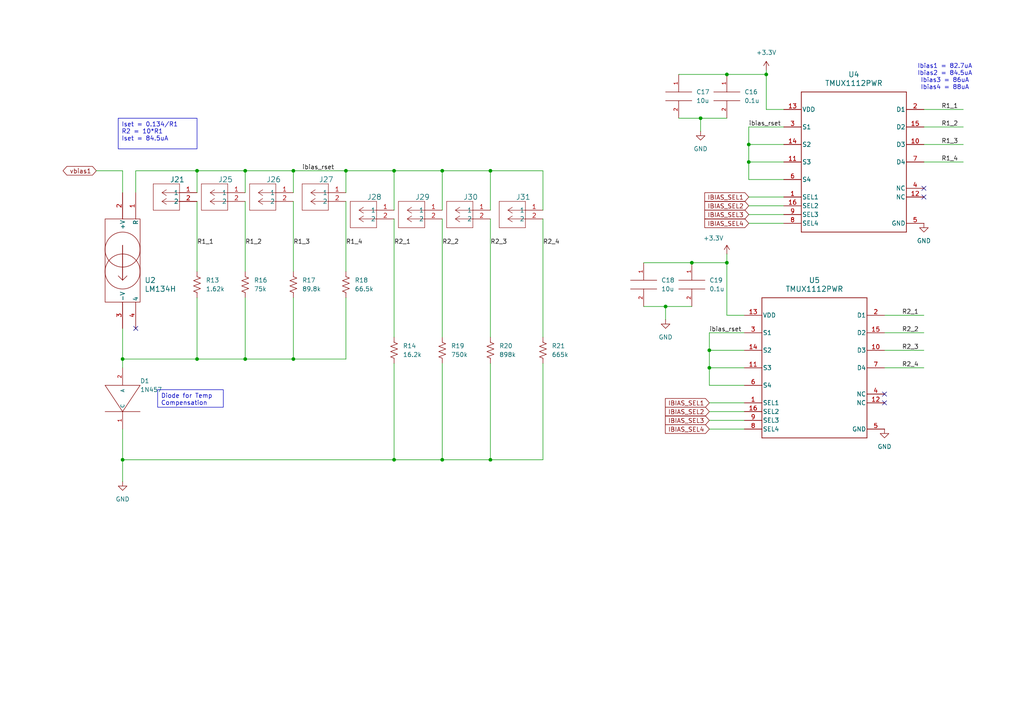
<source format=kicad_sch>
(kicad_sch (version 20231120) (generator "eeschema") (generator_version "8.0")
  (paper "A4")
  (lib_symbols
    (symbol "Device:R_US" (pin_numbers hide) (pin_names (offset 0))
      (property "Reference" "R" (at 2.54 0 90))
      (property "Value" "R_US" (at -2.54 0 90))
      (symbol "R_US_0_1"
        (polyline (pts (xy 0 -2.286) (xy 0 -2.54)))
        (polyline (pts (xy 0 2.286) (xy 0 2.54)))
        (polyline (pts (xy 0 -0.762) (xy 1.016 -1.143) (xy 0 -1.524) (xy -1.016 -1.905) (xy 0 -2.286)))
        (polyline (pts (xy 0 0.762) (xy 1.016 0.381) (xy 0 0) (xy -1.016 -0.381) (xy 0 -0.762)))
        (polyline (pts (xy 0 2.286) (xy 1.016 1.905) (xy 0 1.524) (xy -1.016 1.143) (xy 0 0.762)))
      )
      (symbol "R_US_1_1"
        (pin passive line (at 0 3.81 270) (length 1.27) (name "~") (number "1"))
        (pin passive line (at 0 -3.81 90) (length 1.27) (name "~") (number "2"))
      )
    )
    (symbol "_PHASE:1N457" (pin_names (offset 1.016))
      (property "Reference" "D" (at -5.0847 4.6525 0))
      (property "Value" "1N457" (at 0.254 4.826 0))
      (symbol "1N457_0_0"
        (pin passive line (at 12.7 -1.27 180) (length 5.08) (name "C") (number "1"))
        (pin passive line (at -5.08 -1.27 0) (length 5.08) (name "A") (number "2"))
      )
      (symbol "1N457_0_1"
        (polyline (pts (xy 0 3.81) (xy 0 -6.35)))
        (polyline (pts (xy 0 3.81) (xy 7.62 -1.27)))
        (polyline (pts (xy 7.62 -1.27) (xy 0 -6.35)) (fill (type background)))
        (polyline (pts (xy 7.62 -1.27) (xy 7.62 -6.35)))
        (polyline (pts (xy 7.62 -1.27) (xy 7.62 3.81)))
      )
    )
    (symbol "_PHASE:61300211121" (pin_names (offset 0.254))
      (property "Reference" "J" (at 8.89 6.35 0))
      (property "Value" "61300211121" (at 0 0 0))
      (symbol "61300211121_1_1"
        (polyline (pts (xy 5.08 -5.08) (xy 12.7 -5.08)) (stroke (width 0.127)))
        (polyline (pts (xy 5.08 2.54) (xy 5.08 -5.08)) (stroke (width 0.127)))
        (polyline (pts (xy 10.16 -2.54) (xy 5.08 -2.54)) (stroke (width 0.127)))
        (polyline (pts (xy 10.16 -2.54) (xy 8.89 -3.3867)) (stroke (width 0.127)))
        (polyline (pts (xy 10.16 -2.54) (xy 8.89 -1.6933)) (stroke (width 0.127)))
        (polyline (pts (xy 10.16 0) (xy 5.08 0)) (stroke (width 0.127)))
        (polyline (pts (xy 10.16 0) (xy 8.89 -0.8467)) (stroke (width 0.127)))
        (polyline (pts (xy 10.16 0) (xy 8.89 0.8467)) (stroke (width 0.127)))
        (polyline (pts (xy 12.7 -5.08) (xy 12.7 2.54)) (stroke (width 0.127)))
        (polyline (pts (xy 12.7 2.54) (xy 5.08 2.54)) (stroke (width 0.127)))
        (pin unspecified line (at 0 0 0) (length 5.08) (name "1") (number "1"))
        (pin unspecified line (at 0 -2.54 0) (length 5.08) (name "2") (number "2"))
      )
      (symbol "61300211121_1_2"
        (polyline (pts (xy 5.08 -5.08) (xy 12.7 -5.08)) (stroke (width 0.127)))
        (polyline (pts (xy 5.08 2.54) (xy 5.08 -5.08)) (stroke (width 0.127)))
        (polyline (pts (xy 7.62 -2.54) (xy 5.08 -2.54)) (stroke (width 0.127)))
        (polyline (pts (xy 7.62 -2.54) (xy 8.89 -3.3867)) (stroke (width 0.127)))
        (polyline (pts (xy 7.62 -2.54) (xy 8.89 -1.6933)) (stroke (width 0.127)))
        (polyline (pts (xy 7.62 0) (xy 5.08 0)) (stroke (width 0.127)))
        (polyline (pts (xy 7.62 0) (xy 8.89 -0.8467)) (stroke (width 0.127)))
        (polyline (pts (xy 7.62 0) (xy 8.89 0.8467)) (stroke (width 0.127)))
        (polyline (pts (xy 12.7 -5.08) (xy 12.7 2.54)) (stroke (width 0.127)))
        (polyline (pts (xy 12.7 2.54) (xy 5.08 2.54)) (stroke (width 0.127)))
        (pin unspecified line (at 0 0 0) (length 5.08) (name "1") (number "1"))
        (pin unspecified line (at 0 -2.54 0) (length 5.08) (name "2") (number "2"))
      )
    )
    (symbol "_PHASE:LM134H" (pin_names (offset 0.254))
      (property "Reference" "U" (at 25.4 10.16 0))
      (property "Value" "LM134H" (at 25.4 7.62 0))
      (symbol "LM134H_0_1"
        (polyline (pts (xy 13.97 0) (xy 24.13 0)))
        (polyline (pts (xy 24.13 0) (xy 13.97 0)))
        (polyline (pts (xy 24.13 0) (xy 22.86 -1.27)))
        (polyline (pts (xy 24.13 0) (xy 22.86 1.27)))
        (rectangle (start 6.35 5.08) (end 30.48 -5.08))
        (circle (center 15.24 0) (radius 5.08))
        (circle (center 21.59 0) (radius 5.08))
        (pin input line (at -1.27 3.81 0) (length 7.62) (name "R") (number "1"))
        (pin passive line (at -1.27 0 0) (length 7.62) (name "+V") (number "2"))
        (pin passive line (at 38.1 0 180) (length 7.62) (name "-V") (number "3"))
        (pin unspecified line (at 38.1 3.81 180) (length 7.62) (name "4") (number "4"))
      )
    )
    (symbol "_PHASE:TMUX1112PWR" (pin_names (offset 0.254))
      (property "Reference" "U" (at 0 2.54 0))
      (property "Value" "TMUX1112PWR" (at 0 0 0))
      (symbol "TMUX1112PWR_0_1"
        (polyline (pts (xy -15.24 -20.32) (xy 15.24 -20.32)) (stroke (width 0.2032)))
        (polyline (pts (xy -15.24 20.32) (xy -15.24 -20.32)) (stroke (width 0.2032)))
        (polyline (pts (xy 15.24 -20.32) (xy 15.24 20.32)) (stroke (width 0.2032)))
        (polyline (pts (xy 15.24 20.32) (xy -15.24 20.32)) (stroke (width 0.2032)))
        (pin input line (at -20.32 -10.16 0) (length 5.08) (name "SEL1") (number "1"))
        (pin bidirectional line (at 20.32 5.08 180) (length 5.08) (name "D3") (number "10"))
        (pin bidirectional line (at -20.32 0 0) (length 5.08) (name "S3") (number "11"))
        (pin unspecified line (at 20.32 -10.16 180) (length 5.08) (name "NC") (number "12"))
        (pin power_in line (at -20.32 15.24 0) (length 5.08) (name "VDD") (number "13"))
        (pin bidirectional line (at -20.32 5.08 0) (length 5.08) (name "S2") (number "14"))
        (pin bidirectional line (at 20.32 10.16 180) (length 5.08) (name "D2") (number "15"))
        (pin input line (at -20.32 -12.7 0) (length 5.08) (name "SEL2") (number "16"))
        (pin bidirectional line (at 20.32 15.24 180) (length 5.08) (name "D1") (number "2"))
        (pin bidirectional line (at -20.32 10.16 0) (length 5.08) (name "S1") (number "3"))
        (pin unspecified line (at 20.32 -7.62 180) (length 5.08) (name "NC") (number "4"))
        (pin power_in line (at 20.32 -17.78 180) (length 5.08) (name "GND") (number "5"))
        (pin bidirectional line (at -20.32 -5.08 0) (length 5.08) (name "S4") (number "6"))
        (pin bidirectional line (at 20.32 0 180) (length 5.08) (name "D4") (number "7"))
        (pin input line (at -20.32 -17.78 0) (length 5.08) (name "SEL4") (number "8"))
        (pin input line (at -20.32 -15.24 0) (length 5.08) (name "SEL3") (number "9"))
      )
    )
    (symbol "power:+1V8" (power) (pin_numbers hide) (pin_names (offset 0) hide)
      (property "Value" "+1V8" (at 0 3.556 0))
      (symbol "+1V8_0_1"
        (polyline (pts (xy -0.762 1.27) (xy 0 2.54)))
        (polyline (pts (xy 0 0) (xy 0 2.54)))
        (polyline (pts (xy 0 2.54) (xy 0.762 1.27)))
      )
      (symbol "+1V8_1_1"
        (pin power_in line (at 0 0 90) (length 0) (name "~") (number "1"))
      )
    )
    (symbol "power:+3.3V" (power) (pin_numbers hide) (pin_names (offset 0) hide)
      (property "Value" "+3.3V" (at 0 3.556 0))
      (symbol "+3.3V_0_1"
        (polyline (pts (xy -0.762 1.27) (xy 0 2.54)))
        (polyline (pts (xy 0 0) (xy 0 2.54)))
        (polyline (pts (xy 0 2.54) (xy 0.762 1.27)))
      )
      (symbol "+3.3V_1_1"
        (pin power_in line (at 0 0 90) (length 0) (name "~") (number "1"))
      )
    )
    (symbol "power:GND" (power) (pin_numbers hide) (pin_names (offset 0) hide)
      (property "Value" "GND" (at 0 -3.81 0))
      (symbol "GND_0_1"
        (polyline (pts (xy 0 0) (xy 0 -1.27) (xy 1.27 -1.27) (xy 0 -2.54) (xy -1.27 -1.27) (xy 0 -1.27)))
      )
      (symbol "GND_1_1"
        (pin power_in line (at 0 0 270) (length 0) (name "~") (number "1"))
      )
    )
    (symbol "pspice:C" (pin_names (offset 0.254))
      (property "Reference" "C" (at 2.54 3.81 90))
      (property "Value" "C" (at 2.54 -3.81 90))
      (symbol "C_0_1"
        (polyline (pts (xy -3.81 -1.27) (xy 3.81 -1.27)))
        (polyline (pts (xy -3.81 1.27) (xy 3.81 1.27)))
      )
      (symbol "C_1_1"
        (pin passive line (at 0 6.35 270) (length 5.08) (name "~") (number "1"))
        (pin passive line (at 0 -6.35 90) (length 5.08) (name "~") (number "2"))
      )
    )
  )
  (junction (at 71.12 104.14))
  (junction (at 35.56 133.35))
  (junction (at 57.15 49.53))
  (junction (at 217.17 41.91))
  (junction (at 200.66 76.2))
  (junction (at 100.33 49.53))
  (junction (at 203.2 34.29))
  (junction (at 114.3 49.53))
  (junction (at 193.04 88.9))
  (junction (at 35.56 104.14))
  (junction (at 210.82 76.2))
  (junction (at 142.24 133.35))
  (junction (at 85.09 49.53))
  (junction (at 85.09 104.14))
  (junction (at 71.12 49.53))
  (junction (at 142.24 49.53))
  (junction (at 205.74 101.6))
  (junction (at 128.27 133.35))
  (junction (at 210.82 21.59))
  (junction (at 114.3 133.35))
  (junction (at 128.27 49.53))
  (junction (at 222.25 21.59))
  (junction (at 217.17 46.99))
  (junction (at 205.74 106.68))
  (junction (at 57.15 104.14))
  (no_connect (at 267.97 57.15))
  (no_connect (at 267.97 54.61))
  (no_connect (at 39.37 95.25))
  (no_connect (at 256.54 114.3))
  (no_connect (at 256.54 116.84))
  (wire (pts (xy 35.56 95.25) (xy 35.56 104.14)))
  (wire (pts (xy 217.17 59.69) (xy 227.33 59.69)))
  (wire (pts (xy 157.48 105.41) (xy 157.48 133.35)))
  (wire (pts (xy 217.17 41.91) (xy 227.33 41.91)))
  (wire (pts (xy 57.15 49.53) (xy 71.12 49.53)))
  (wire (pts (xy 128.27 105.41) (xy 128.27 133.35)))
  (wire (pts (xy 210.82 76.2) (xy 210.82 73.66)))
  (wire (pts (xy 217.17 36.83) (xy 227.33 36.83)))
  (wire (pts (xy 35.56 55.88) (xy 35.56 49.53)))
  (wire (pts (xy 193.04 88.9) (xy 200.66 88.9)))
  (wire (pts (xy 217.17 46.99) (xy 217.17 41.91)))
  (wire (pts (xy 227.33 52.07) (xy 217.17 52.07)))
  (wire (pts (xy 157.48 49.53) (xy 142.24 49.53)))
  (wire (pts (xy 85.09 49.53) (xy 85.09 55.88)))
  (wire (pts (xy 142.24 105.41) (xy 142.24 133.35)))
  (wire (pts (xy 222.25 31.75) (xy 227.33 31.75)))
  (wire (pts (xy 35.56 106.68) (xy 35.56 104.14)))
  (wire (pts (xy 267.97 46.99) (xy 279.4 46.99)))
  (wire (pts (xy 100.33 86.36) (xy 100.33 104.14)))
  (wire (pts (xy 217.17 57.15) (xy 227.33 57.15)))
  (wire (pts (xy 193.04 88.9) (xy 193.04 92.71)))
  (wire (pts (xy 210.82 21.59) (xy 222.25 21.59)))
  (wire (pts (xy 205.74 121.92) (xy 215.9 121.92)))
  (wire (pts (xy 114.3 63.5) (xy 114.3 97.79)))
  (wire (pts (xy 114.3 105.41) (xy 114.3 133.35)))
  (wire (pts (xy 267.97 41.91) (xy 279.4 41.91)))
  (wire (pts (xy 205.74 101.6) (xy 205.74 96.52)))
  (wire (pts (xy 203.2 34.29) (xy 210.82 34.29)))
  (wire (pts (xy 85.09 58.42) (xy 85.09 78.74)))
  (wire (pts (xy 205.74 124.46) (xy 215.9 124.46)))
  (wire (pts (xy 217.17 64.77) (xy 227.33 64.77)))
  (wire (pts (xy 215.9 111.76) (xy 205.74 111.76)))
  (wire (pts (xy 57.15 104.14) (xy 71.12 104.14)))
  (wire (pts (xy 128.27 133.35) (xy 142.24 133.35)))
  (wire (pts (xy 35.56 133.35) (xy 114.3 133.35)))
  (wire (pts (xy 205.74 119.38) (xy 215.9 119.38)))
  (wire (pts (xy 85.09 49.53) (xy 100.33 49.53)))
  (wire (pts (xy 217.17 46.99) (xy 227.33 46.99)))
  (wire (pts (xy 142.24 63.5) (xy 142.24 97.79)))
  (wire (pts (xy 267.97 31.75) (xy 279.4 31.75)))
  (wire (pts (xy 35.56 104.14) (xy 57.15 104.14)))
  (wire (pts (xy 71.12 104.14) (xy 85.09 104.14)))
  (wire (pts (xy 205.74 111.76) (xy 205.74 106.68)))
  (wire (pts (xy 39.37 55.88) (xy 39.37 49.53)))
  (wire (pts (xy 128.27 60.96) (xy 128.27 49.53)))
  (wire (pts (xy 142.24 49.53) (xy 128.27 49.53)))
  (wire (pts (xy 100.33 104.14) (xy 85.09 104.14)))
  (wire (pts (xy 222.25 31.75) (xy 222.25 21.59)))
  (wire (pts (xy 27.94 49.53) (xy 35.56 49.53)))
  (wire (pts (xy 196.85 21.59) (xy 210.82 21.59)))
  (wire (pts (xy 217.17 41.91) (xy 217.17 36.83)))
  (wire (pts (xy 186.69 88.9) (xy 193.04 88.9)))
  (wire (pts (xy 256.54 106.68) (xy 267.97 106.68)))
  (wire (pts (xy 256.54 91.44) (xy 267.97 91.44)))
  (wire (pts (xy 256.54 101.6) (xy 267.97 101.6)))
  (wire (pts (xy 100.33 49.53) (xy 114.3 49.53)))
  (wire (pts (xy 57.15 58.42) (xy 57.15 78.74)))
  (wire (pts (xy 128.27 49.53) (xy 114.3 49.53)))
  (wire (pts (xy 157.48 63.5) (xy 157.48 97.79)))
  (wire (pts (xy 114.3 49.53) (xy 114.3 60.96)))
  (wire (pts (xy 256.54 96.52) (xy 267.97 96.52)))
  (wire (pts (xy 35.56 124.46) (xy 35.56 133.35)))
  (wire (pts (xy 71.12 49.53) (xy 85.09 49.53)))
  (wire (pts (xy 205.74 96.52) (xy 215.9 96.52)))
  (wire (pts (xy 142.24 133.35) (xy 157.48 133.35)))
  (wire (pts (xy 203.2 34.29) (xy 203.2 38.1)))
  (wire (pts (xy 205.74 116.84) (xy 215.9 116.84)))
  (wire (pts (xy 196.85 34.29) (xy 203.2 34.29)))
  (wire (pts (xy 205.74 101.6) (xy 215.9 101.6)))
  (wire (pts (xy 71.12 86.36) (xy 71.12 104.14)))
  (wire (pts (xy 57.15 86.36) (xy 57.15 104.14)))
  (wire (pts (xy 210.82 91.44) (xy 215.9 91.44)))
  (wire (pts (xy 128.27 63.5) (xy 128.27 97.79)))
  (wire (pts (xy 186.69 76.2) (xy 200.66 76.2)))
  (wire (pts (xy 71.12 49.53) (xy 71.12 55.88)))
  (wire (pts (xy 205.74 106.68) (xy 205.74 101.6)))
  (wire (pts (xy 142.24 60.96) (xy 142.24 49.53)))
  (wire (pts (xy 200.66 76.2) (xy 210.82 76.2)))
  (wire (pts (xy 39.37 49.53) (xy 57.15 49.53)))
  (wire (pts (xy 71.12 58.42) (xy 71.12 78.74)))
  (wire (pts (xy 210.82 91.44) (xy 210.82 76.2)))
  (wire (pts (xy 205.74 106.68) (xy 215.9 106.68)))
  (wire (pts (xy 222.25 21.59) (xy 222.25 20.32)))
  (wire (pts (xy 114.3 133.35) (xy 128.27 133.35)))
  (wire (pts (xy 100.33 49.53) (xy 100.33 55.88)))
  (wire (pts (xy 35.56 133.35) (xy 35.56 139.7)))
  (wire (pts (xy 100.33 58.42) (xy 100.33 78.74)))
  (wire (pts (xy 217.17 62.23) (xy 227.33 62.23)))
  (wire (pts (xy 57.15 49.53) (xy 57.15 55.88)))
  (wire (pts (xy 85.09 86.36) (xy 85.09 104.14)))
  (wire (pts (xy 267.97 36.83) (xy 279.4 36.83)))
  (wire (pts (xy 217.17 52.07) (xy 217.17 46.99)))
  (wire (pts (xy 157.48 60.96) (xy 157.48 49.53)))
  (text_box "Iset = 0.134/R1\nR2 = 10*R1\nIset = 84.5uA" (at 34.29 34.29 0) (size 22.86 8.89) (effects (font (size 1.27 1.27)) (justify left top)))
  (text_box "Diode for Temp Compensation" (at 45.72 113.03 0) (size 19.05 5.08) (effects (font (size 1.27 1.27)) (justify left top)))
  (text "Ibias1 = 82.7uA\nIbias2 = 84.5uA\nIbias3 = 86uA\nIbias4 = 88uA" (at 274.066 22.352 0) (effects (font (size 1.27 1.27))))
  (label "ibias_rset" (at 217.17 36.83 0))
  (label "R2_2" (at 128.27 71.12 0))
  (label "R1_2" (at 71.12 71.12 0))
  (label "R2_3" (at 261.62 101.6 0))
  (label "R2_4" (at 157.48 71.12 0))
  (label "ibias_rset" (at 87.63 49.53 0))
  (label "R1_1" (at 57.15 71.12 0))
  (label "R1_3" (at 273.05 41.91 0))
  (label "R1_3" (at 85.09 71.12 0))
  (label "R2_1" (at 114.3 71.12 0))
  (label "R2_2" (at 261.62 96.52 0))
  (label "R1_1" (at 273.05 31.75 0))
  (label "R2_3" (at 142.24 71.12 0))
  (label "R2_4" (at 261.62 106.68 0))
  (label "ibias_rset" (at 205.74 96.52 0))
  (label "R2_1" (at 261.62 91.44 0))
  (label "R1_4" (at 100.33 71.12 0))
  (label "R1_4" (at 273.05 46.99 0))
  (label "R1_2" (at 273.05 36.83 0))
  (global_label "IBIAS_SEL4" (shape input) (at 205.74 124.46 180) (property "Intersheetrefs" "${INTERSHEET_REFS}" (effects (hide yes))))
  (global_label "IBIAS_SEL1" (shape input) (at 217.17 57.15 180) (property "Intersheetrefs" "${INTERSHEET_REFS}" (effects (hide yes))))
  (global_label "IBIAS_SEL4" (shape input) (at 217.17 64.77 180) (property "Intersheetrefs" "${INTERSHEET_REFS}" (effects (hide yes))))
  (global_label "IBIAS_SEL3" (shape input) (at 205.74 121.92 180) (property "Intersheetrefs" "${INTERSHEET_REFS}" (effects (hide yes))))
  (global_label "IBIAS_SEL2" (shape input) (at 205.74 119.38 180) (property "Intersheetrefs" "${INTERSHEET_REFS}" (effects (hide yes))))
  (global_label "vbias1" (shape bidirectional) (at 27.94 49.53 180) (property "Intersheetrefs" "${INTERSHEET_REFS}" (effects (hide yes))))
  (global_label "IBIAS_SEL3" (shape input) (at 217.17 62.23 180) (property "Intersheetrefs" "${INTERSHEET_REFS}" (effects (hide yes))))
  (global_label "IBIAS_SEL2" (shape input) (at 217.17 59.69 180) (property "Intersheetrefs" "${INTERSHEET_REFS}" (effects (hide yes))))
  (global_label "IBIAS_SEL1" (shape input) (at 205.74 116.84 180) (property "Intersheetrefs" "${INTERSHEET_REFS}" (effects (hide yes))))
  (symbol (lib_id "power:GND") (at 267.97 64.77 0) (unit 1)
    (property "Reference" "#PWR046" (effects (hide yes)))
    (property "Value" "GND" (at 267.97 69.85 0))
    (property "Description" "Power symbol creates a global label with name \"GND\" , ground" (effects (hide yes)))
  )
  (symbol (lib_id "power:GND") (at 35.56 139.7 0) (unit 1)
    (property "Reference" "#PWR040" (effects (hide yes)))
    (property "Value" "GND" (at 35.56 144.78 0))
    (property "Description" "Power symbol creates a global label with name \"GND\" , ground" (effects (hide yes)))
  )
  (symbol (lib_id "_PHASE:61300211121") (at 157.48 60.96 0) (mirror y) (unit 1)
    (property "Reference" "J31" (at 153.924 57.15 0) (effects (font (size 1.524 1.524)) (justify left)))
    (property "Value" "61300211121" (effects (hide yes)))
    (property "Footprint" "726_footprints:CONN_61300211121_WRE" (effects (hide yes)))
    (property "Datasheet" "61300211121" (effects (hide yes)))
  )
  (symbol (lib_id "Device:R_US") (at 142.24 101.6 0) (unit 1)
    (property "Reference" "R20" (at 144.78 100.3299 0) (effects (justify left)))
    (property "Value" "898k" (at 144.78 102.8699 0) (effects (justify left)))
    (property "Footprint" "Resistor_SMD:R_0603_1608Metric" (effects (hide yes)))
    (property "Description" "Resistor, US symbol" (effects (hide yes)))
  )
  (symbol (lib_id "power:GND") (at 256.54 124.46 0) (unit 1)
    (property "Reference" "#PWR045" (effects (hide yes)))
    (property "Value" "GND" (at 256.54 129.54 0))
    (property "Description" "Power symbol creates a global label with name \"GND\" , ground" (effects (hide yes)))
  )
  (symbol (lib_id "pspice:C") (at 200.66 82.55 0) (unit 1)
    (property "Reference" "C19" (at 205.74 81.2799 0) (effects (justify left)))
    (property "Value" "0.1u" (at 205.74 83.8199 0) (effects (justify left)))
    (property "Footprint" "Capacitor_SMD:C_0603_1608Metric" (effects (hide yes)))
  )
  (symbol (lib_id "Device:R_US") (at 85.09 82.55 0) (unit 1)
    (property "Reference" "R17" (at 87.63 81.2799 0) (effects (justify left)))
    (property "Value" "89.8k" (at 87.63 83.8199 0) (effects (justify left)))
    (property "Footprint" "Resistor_SMD:R_0603_1608Metric" (effects (hide yes)))
    (property "Description" "Resistor, US symbol" (effects (hide yes)))
  )
  (symbol (lib_id "_PHASE:61300211121") (at 128.27 60.96 0) (mirror y) (unit 1)
    (property "Reference" "J29" (at 124.714 57.15 0) (effects (font (size 1.524 1.524)) (justify left)))
    (property "Value" "61300211121" (effects (hide yes)))
    (property "Footprint" "726_footprints:CONN_61300211121_WRE" (effects (hide yes)))
    (property "Datasheet" "61300211121" (effects (hide yes)))
  )
  (symbol (lib_id "_PHASE:LM134H") (at 35.56 57.15 270) (unit 1)
    (property "Reference" "U2" (at 41.91 81.2799 90) (effects (font (size 1.524 1.524)) (justify left)))
    (property "Value" "LM134H" (at 41.91 83.8199 90) (effects (font (size 1.524 1.524)) (justify left)))
    (property "Footprint" "726_footprints:lm134" (effects (hide yes)))
    (property "Datasheet" "LM134H" (effects (hide yes)))
  )
  (symbol (lib_id "_PHASE:61300211121") (at 71.12 55.88 0) (mirror y) (unit 1)
    (property "Reference" "J25" (at 67.564 52.07 0) (effects (font (size 1.524 1.524)) (justify left)))
    (property "Value" "61300211121" (effects (hide yes)))
    (property "Footprint" "726_footprints:CONN_61300211121_WRE" (effects (hide yes)))
    (property "Datasheet" "61300211121" (effects (hide yes)))
  )
  (symbol (lib_id "Device:R_US") (at 100.33 82.55 0) (unit 1)
    (property "Reference" "R18" (at 102.87 81.2799 0) (effects (justify left)))
    (property "Value" "66.5k" (at 102.87 83.8199 0) (effects (justify left)))
    (property "Footprint" "Resistor_SMD:R_0603_1608Metric" (effects (hide yes)))
    (property "Description" "Resistor, US symbol" (effects (hide yes)))
  )
  (symbol (lib_id "Device:R_US") (at 128.27 101.6 0) (unit 1)
    (property "Reference" "R19" (at 130.81 100.3299 0) (effects (justify left)))
    (property "Value" "750k" (at 130.81 102.8699 0) (effects (justify left)))
    (property "Footprint" "Resistor_SMD:R_0603_1608Metric" (effects (hide yes)))
    (property "Description" "Resistor, US symbol" (effects (hide yes)))
  )
  (symbol (lib_id "pspice:C") (at 196.85 27.94 0) (unit 1)
    (property "Reference" "C17" (at 201.93 26.6699 0) (effects (justify left)))
    (property "Value" "10u" (at 201.93 29.2099 0) (effects (justify left)))
    (property "Footprint" "Capacitor_SMD:C_0603_1608Metric" (effects (hide yes)))
  )
  (symbol (lib_id "_PHASE:61300211121") (at 57.15 55.88 0) (mirror y) (unit 1)
    (property "Reference" "J21" (at 53.594 52.07 0) (effects (font (size 1.524 1.524)) (justify left)))
    (property "Value" "61300211121" (effects (hide yes)))
    (property "Footprint" "726_footprints:CONN_61300211121_WRE" (effects (hide yes)))
    (property "Datasheet" "61300211121" (effects (hide yes)))
  )
  (symbol (lib_id "_PHASE:TMUX1112PWR") (at 236.22 106.68 0) (unit 1)
    (property "Reference" "U5" (at 236.22 81.28 0) (effects (font (size 1.524 1.524))))
    (property "Value" "TMUX1112PWR" (at 236.22 83.82 0) (effects (font (size 1.524 1.524))))
    (property "Footprint" "726_footprints:TMUX1111PWR" (effects (hide yes)))
    (property "Datasheet" "TMUX1111PWR" (effects (hide yes)))
  )
  (symbol (lib_id "_PHASE:61300211121") (at 142.24 60.96 0) (mirror y) (unit 1)
    (property "Reference" "J30" (at 138.684 57.15 0) (effects (font (size 1.524 1.524)) (justify left)))
    (property "Value" "61300211121" (effects (hide yes)))
    (property "Footprint" "726_footprints:CONN_61300211121_WRE" (effects (hide yes)))
    (property "Datasheet" "61300211121" (effects (hide yes)))
  )
  (symbol (lib_id "Device:R_US") (at 114.3 101.6 0) (unit 1)
    (property "Reference" "R14" (at 116.84 100.3299 0) (effects (justify left)))
    (property "Value" "16.2k" (at 116.84 102.8699 0) (effects (justify left)))
    (property "Footprint" "Resistor_SMD:R_0603_1608Metric" (effects (hide yes)))
    (property "Description" "Resistor, US symbol" (effects (hide yes)))
  )
  (symbol (lib_id "Device:R_US") (at 71.12 82.55 0) (unit 1)
    (property "Reference" "R16" (at 73.66 81.2799 0) (effects (justify left)))
    (property "Value" "75k" (at 73.66 83.8199 0) (effects (justify left)))
    (property "Footprint" "Resistor_SMD:R_0603_1608Metric" (effects (hide yes)))
    (property "Description" "Resistor, US symbol" (effects (hide yes)))
  )
  (symbol (lib_id "Device:R_US") (at 57.15 82.55 0) (unit 1)
    (property "Reference" "R13" (at 59.69 81.2799 0) (effects (justify left)))
    (property "Value" "1.62k" (at 59.69 83.8199 0) (effects (justify left)))
    (property "Footprint" "Resistor_SMD:R_0603_1608Metric" (effects (hide yes)))
    (property "Description" "Resistor, US symbol" (effects (hide yes)))
  )
  (symbol (lib_id "Device:R_US") (at 157.48 101.6 0) (unit 1)
    (property "Reference" "R21" (at 160.02 100.3299 0) (effects (justify left)))
    (property "Value" "665k" (at 160.02 102.8699 0) (effects (justify left)))
    (property "Footprint" "Resistor_SMD:R_0603_1608Metric" (effects (hide yes)))
    (property "Description" "Resistor, US symbol" (effects (hide yes)))
  )
  (symbol (lib_id "pspice:C") (at 186.69 82.55 0) (unit 1)
    (property "Reference" "C18" (at 191.77 81.2799 0) (effects (justify left)))
    (property "Value" "10u" (at 191.77 83.8199 0) (effects (justify left)))
    (property "Footprint" "Capacitor_SMD:C_0603_1608Metric" (effects (hide yes)))
  )
  (symbol (lib_id "_PHASE:61300211121") (at 114.3 60.96 0) (mirror y) (unit 1)
    (property "Reference" "J28" (at 110.744 57.15 0) (effects (font (size 1.524 1.524)) (justify left)))
    (property "Value" "61300211121" (effects (hide yes)))
    (property "Footprint" "726_footprints:CONN_61300211121_WRE" (effects (hide yes)))
    (property "Datasheet" "61300211121" (effects (hide yes)))
  )
  (symbol (lib_id "power:+3.3V") (at 222.25 20.32 0) (unit 1)
    (property "Reference" "#PWR03" (effects (hide yes)))
    (property "Value" "+3.3V" (at 222.25 15.24 0))
    (property "Description" "Power symbol creates a global label with name \"+3.3V\"" (effects (hide yes)))
  )
  (symbol (lib_id "pspice:C") (at 210.82 27.94 0) (unit 1)
    (property "Reference" "C16" (at 215.9 26.6699 0) (effects (justify left)))
    (property "Value" "0.1u" (at 215.9 29.2099 0) (effects (justify left)))
    (property "Footprint" "Capacitor_SMD:C_0603_1608Metric" (effects (hide yes)))
  )
  (symbol (lib_id "power:GND") (at 203.2 38.1 0) (unit 1)
    (property "Reference" "#PWR047" (effects (hide yes)))
    (property "Value" "GND" (at 203.2 43.18 0))
    (property "Description" "Power symbol creates a global label with name \"GND\" , ground" (effects (hide yes)))
  )
  (symbol (lib_id "power:GND") (at 193.04 92.71 0) (unit 1)
    (property "Reference" "#PWR048" (effects (hide yes)))
    (property "Value" "GND" (at 193.04 97.79 0))
    (property "Description" "Power symbol creates a global label with name \"GND\" , ground" (effects (hide yes)))
  )
  (symbol (lib_id "power:+1V8") (at 210.82 73.66 0) (unit 1)
    (property "Reference" "#PWR044" (effects (hide yes)))
    (property "Value" "+3.3V" (at 203.962 69.088 0) (effects (justify left)))
    (property "Description" "Power symbol creates a global label with name \"+1V8\"" (effects (hide yes)))
  )
  (symbol (lib_id "_PHASE:61300211121") (at 85.09 55.88 0) (mirror y) (unit 1)
    (property "Reference" "J26" (at 81.534 52.07 0) (effects (font (size 1.524 1.524)) (justify left)))
    (property "Value" "61300211121" (effects (hide yes)))
    (property "Footprint" "726_footprints:CONN_61300211121_WRE" (effects (hide yes)))
    (property "Datasheet" "61300211121" (effects (hide yes)))
  )
  (symbol (lib_id "_PHASE:1N457") (at 36.83 111.76 270) (unit 1)
    (property "Reference" "D1" (at 40.64 110.4899 90) (effects (justify left)))
    (property "Value" "1N457" (at 40.64 113.0299 90) (effects (justify left)))
    (property "Footprint" "726_footprints:DIO_1N457" (effects (hide yes)))
    (property "SUPPLIER" "Fairchild Semiconductor" (effects (hide yes)))
    (property "MPN" "1N457" (effects (hide yes)))
    (property "OC_NEWARK" "58K2650" (effects (hide yes)))
    (property "PACKAGE" "DO-35" (effects (hide yes)))
    (property "OC_FARNELL" "1467558" (effects (hide yes)))
  )
  (symbol (lib_id "_PHASE:61300211121") (at 100.33 55.88 0) (mirror y) (unit 1)
    (property "Reference" "J27" (at 96.774 52.07 0) (effects (font (size 1.524 1.524)) (justify left)))
    (property "Value" "61300211121" (effects (hide yes)))
    (property "Footprint" "726_footprints:CONN_61300211121_WRE" (effects (hide yes)))
    (property "Datasheet" "61300211121" (effects (hide yes)))
  )
  (symbol (lib_id "_PHASE:TMUX1112PWR") (at 247.65 46.99 0) (unit 1)
    (property "Reference" "U4" (at 247.65 21.59 0) (effects (font (size 1.524 1.524))))
    (property "Value" "TMUX1112PWR" (at 247.65 24.13 0) (effects (font (size 1.524 1.524))))
    (property "Footprint" "726_footprints:TMUX1111PWR" (effects (hide yes)))
    (property "Datasheet" "TMUX1111PWR" (effects (hide yes)))
  )
)
</source>
